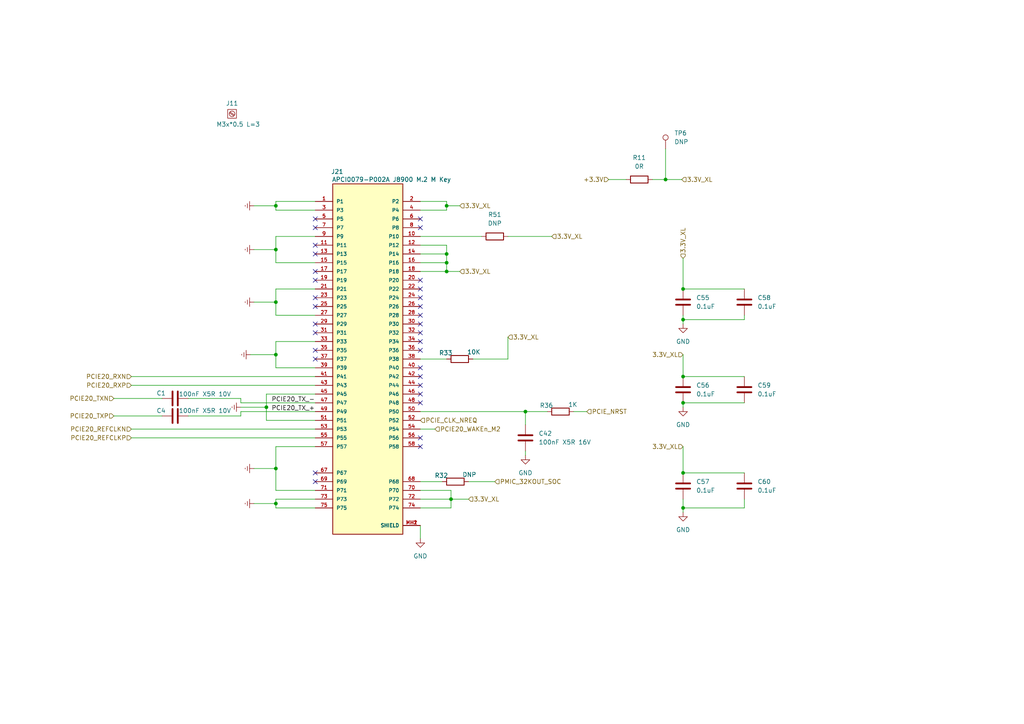
<source format=kicad_sch>
(kicad_sch (version 20231120) (generator "eeschema") (generator_version "8.0")
  (paper "A4")
  (lib_symbols
    (symbol "Connector:TestPoint" (pin_numbers hide) (pin_names (offset 0.762) hide)
      (property "Reference" "TP" (at 0 6.858 0))
      (property "Value" "TestPoint" (at 0 5.08 0))
      (symbol "TestPoint_0_1"
        (circle (center 0 3.302) (radius 0.762))
      )
      (symbol "TestPoint_1_1"
        (pin passive line (at 0 0 90) (length 2.54) (name "1") (number "1"))
      )
    )
    (symbol "Device:C" (pin_numbers hide) (pin_names (offset 0.254))
      (property "Reference" "C" (at 0.635 2.54 0))
      (property "Value" "C" (at 0.635 -2.54 0))
      (symbol "C_0_1"
        (polyline (pts (xy -2.032 -0.762) (xy 2.032 -0.762)) (stroke (width 0.508)))
        (polyline (pts (xy -2.032 0.762) (xy 2.032 0.762)) (stroke (width 0.508)))
      )
      (symbol "C_1_1"
        (pin passive line (at 0 3.81 270) (length 2.794) (name "~") (number "1"))
        (pin passive line (at 0 -3.81 90) (length 2.794) (name "~") (number "2"))
      )
    )
    (symbol "Device:R" (pin_numbers hide) (pin_names (offset 0))
      (property "Reference" "R" (at 2.032 0 90))
      (property "Value" "R" (at 0 0 90))
      (symbol "R_0_1"
        (rectangle (start -1.016 -2.54) (end 1.016 2.54) (stroke (width 0.254)))
      )
      (symbol "R_1_1"
        (pin passive line (at 0 3.81 270) (length 1.27) (name "~") (number "1"))
        (pin passive line (at 0 -3.81 90) (length 1.27) (name "~") (number "2"))
      )
    )
    (symbol "M.2TE:1-2199119-5" (pin_names (offset 1.016))
      (property "Reference" "J21" (at -10.668 54.356 0))
      (property "Value" "APCI0079-P002A J8900 M.2 M Key" (at -10.414 52.07 0))
      (symbol "1-2199119-5_0_0"
        (rectangle (start -10.16 -50.8) (end 10.16 50.8) (stroke (width 0.254)) (fill (type background)))
        (pin passive line (at -15.24 45.72 0) (length 5.08) (name "P1") (number "1"))
        (pin passive line (at 15.24 35.56 180) (length 5.08) (name "P10") (number "10"))
        (pin passive line (at -15.24 33.02 0) (length 5.08) (name "P11") (number "11"))
        (pin passive line (at 15.24 33.02 180) (length 5.08) (name "P12") (number "12"))
        (pin passive line (at -15.24 30.48 0) (length 5.08) (name "P13") (number "13"))
        (pin passive line (at 15.24 30.48 180) (length 5.08) (name "P14") (number "14"))
        (pin passive line (at -15.24 27.94 0) (length 5.08) (name "P15") (number "15"))
        (pin passive line (at 15.24 27.94 180) (length 5.08) (name "P16") (number "16"))
        (pin passive line (at -15.24 25.4 0) (length 5.08) (name "P17") (number "17"))
        (pin passive line (at 15.24 25.4 180) (length 5.08) (name "P18") (number "18"))
        (pin passive line (at -15.24 22.86 0) (length 5.08) (name "P19") (number "19"))
        (pin passive line (at 15.24 45.72 180) (length 5.08) (name "P2") (number "2"))
        (pin passive line (at 15.24 22.86 180) (length 5.08) (name "P20") (number "20"))
        (pin passive line (at -15.24 20.32 0) (length 5.08) (name "P21") (number "21"))
        (pin passive line (at 15.24 20.32 180) (length 5.08) (name "P22") (number "22"))
        (pin passive line (at -15.24 17.78 0) (length 5.08) (name "P23") (number "23"))
        (pin passive line (at 15.24 17.78 180) (length 5.08) (name "P24") (number "24"))
        (pin passive line (at -15.24 15.24 0) (length 5.08) (name "P25") (number "25"))
        (pin passive line (at 15.24 15.24 180) (length 5.08) (name "P26") (number "26"))
        (pin passive line (at -15.24 12.7 0) (length 5.08) (name "P27") (number "27"))
        (pin passive line (at 15.24 12.7 180) (length 5.08) (name "P28") (number "28"))
        (pin passive line (at -15.24 10.16 0) (length 5.08) (name "P29") (number "29"))
        (pin passive line (at -15.24 43.18 0) (length 5.08) (name "P3") (number "3"))
        (pin passive line (at 15.24 10.16 180) (length 5.08) (name "P30") (number "30"))
        (pin passive line (at -15.24 7.62 0) (length 5.08) (name "P31") (number "31"))
        (pin passive line (at 15.24 7.62 180) (length 5.08) (name "P32") (number "32"))
        (pin passive line (at -15.24 5.08 0) (length 5.08) (name "P33") (number "33"))
        (pin passive line (at 15.24 5.08 180) (length 5.08) (name "P34") (number "34"))
        (pin passive line (at -15.24 2.54 0) (length 5.08) (name "P35") (number "35"))
        (pin passive line (at 15.24 2.54 180) (length 5.08) (name "P36") (number "36"))
        (pin passive line (at -15.24 0 0) (length 5.08) (name "P37") (number "37"))
        (pin passive line (at 15.24 0 180) (length 5.08) (name "P38") (number "38"))
        (pin passive line (at -15.24 -2.54 0) (length 5.08) (name "P39") (number "39"))
        (pin passive line (at 15.24 43.18 180) (length 5.08) (name "P4") (number "4"))
        (pin passive line (at 15.24 -2.54 180) (length 5.08) (name "P40") (number "40"))
        (pin passive line (at -15.24 -5.08 0) (length 5.08) (name "P41") (number "41"))
        (pin passive line (at 15.24 -5.08 180) (length 5.08) (name "P42") (number "42"))
        (pin passive line (at -15.24 -7.62 0) (length 5.08) (name "P43") (number "43"))
        (pin passive line (at 15.24 -7.62 180) (length 5.08) (name "P44") (number "44"))
        (pin passive line (at -15.24 -10.16 0) (length 5.08) (name "P45") (number "45"))
        (pin passive line (at 15.24 -10.16 180) (length 5.08) (name "P46") (number "46"))
        (pin passive line (at -15.24 -12.7 0) (length 5.08) (name "P47") (number "47"))
        (pin passive line (at 15.24 -12.7 180) (length 5.08) (name "P48") (number "48"))
        (pin passive line (at -15.24 -15.24 0) (length 5.08) (name "P49") (number "49"))
        (pin passive line (at -15.24 40.64 0) (length 5.08) (name "P5") (number "5"))
        (pin passive line (at 15.24 -15.24 180) (length 5.08) (name "P50") (number "50"))
        (pin passive line (at -15.24 -17.78 0) (length 5.08) (name "P51") (number "51"))
        (pin passive line (at 15.24 -17.78 180) (length 5.08) (name "P52") (number "52"))
        (pin passive line (at -15.24 -20.32 0) (length 5.08) (name "P53") (number "53"))
        (pin passive line (at 15.24 -20.32 180) (length 5.08) (name "P54") (number "54"))
        (pin passive line (at -15.24 -22.86 0) (length 5.08) (name "P55") (number "55"))
        (pin passive line (at 15.24 -22.86 180) (length 5.08) (name "P56") (number "56"))
        (pin passive line (at -15.24 -25.4 0) (length 5.08) (name "P57") (number "57"))
        (pin passive line (at 15.24 -25.4 180) (length 5.08) (name "P58") (number "58"))
        (pin passive line (at 15.24 40.64 180) (length 5.08) (name "P6") (number "6"))
        (pin passive line (at -15.24 -33.02 0) (length 5.08) (name "P67") (number "67"))
        (pin passive line (at 15.24 -35.56 180) (length 5.08) (name "P68") (number "68"))
        (pin passive line (at -15.24 -35.56 0) (length 5.08) (name "P69") (number "69"))
        (pin passive line (at -15.24 38.1 0) (length 5.08) (name "P7") (number "7"))
        (pin passive line (at 15.24 -38.1 180) (length 5.08) (name "P70") (number "70"))
        (pin passive line (at -15.24 -38.1 0) (length 5.08) (name "P71") (number "71"))
        (pin passive line (at 15.24 -40.64 180) (length 5.08) (name "P72") (number "72"))
        (pin passive line (at -15.24 -40.64 0) (length 5.08) (name "P73") (number "73"))
        (pin passive line (at 15.24 -43.18 180) (length 5.08) (name "P74") (number "74"))
        (pin passive line (at -15.24 -43.18 0) (length 5.08) (name "P75") (number "75"))
        (pin passive line (at 15.24 38.1 180) (length 5.08) (name "P8") (number "8"))
        (pin passive line (at -15.24 35.56 0) (length 5.08) (name "P9") (number "9"))
      )
      (symbol "1-2199119-5_1_0"
        (pin passive line (at 15.24 -48.26 180) (length 5.08) (name "SHIELD") (number "MH1"))
        (pin passive line (at 15.24 -48.26 180) (length 5.08) (name "SHIELD") (number "MH2"))
      )
    )
    (symbol "Via:via"
      (property "Reference" "J11" (at 0 -0.508 0))
      (property "Value" "M3x*0.5 L=3" (at -1.778 5.588 0))
      (symbol "via_0_1"
        (rectangle (start -1.27 3.81) (end 1.27 1.27))
        (polyline (pts (xy -0.6485 2.8629) (xy 0.5802 1.9868)))
        (polyline (pts (xy -0.4437 3.1019) (xy 0.7281 2.2599)))
        (circle (center 0 2.54) (radius 0.8106))
      )
    )
    (symbol "power:Earth" (power) (pin_names (offset 0))
      (symbol "Earth_0_1"
        (polyline (pts (xy -0.635 -1.905) (xy 0.635 -1.905)))
        (polyline (pts (xy -0.127 -2.54) (xy 0.127 -2.54)))
        (polyline (pts (xy 0 -1.27) (xy 0 0)))
        (polyline (pts (xy 1.27 -1.27) (xy -1.27 -1.27)))
      )
      (symbol "Earth_1_1"
        (pin power_in line (at 0 0 270) (length 0) hide (name "Earth") (number "1"))
      )
    )
    (symbol "power:GND" (power) (pin_names (offset 0))
      (property "Value" "GND" (at 0 -3.81 0))
      (symbol "GND_0_1"
        (polyline (pts (xy 0 0) (xy 0 -1.27) (xy 1.27 -1.27) (xy 0 -2.54) (xy -1.27 -1.27) (xy 0 -1.27)))
      )
      (symbol "GND_1_1"
        (pin power_in line (at 0 0 270) (length 0) hide (name "GND") (number "1"))
      )
    )
  )
  (junction (at 198.12 116.84))
  (junction (at 77.2655 118.11))
  (junction (at 80.01 135.89))
  (junction (at 198.12 147.32))
  (junction (at 193.04 52.07))
  (junction (at 198.12 92.71))
  (junction (at 198.12 137.16))
  (junction (at 129.54 59.69))
  (junction (at 130.81 144.78))
  (junction (at 80.01 102.87))
  (junction (at 129.54 78.74))
  (junction (at 80.01 146.05))
  (junction (at 129.54 73.66))
  (junction (at 80.01 87.63))
  (junction (at 129.54 76.2))
  (junction (at 80.01 72.39))
  (junction (at 198.12 109.22))
  (junction (at 198.12 83.82))
  (junction (at 80.01 59.69))
  (junction (at 152.4 119.38))
  (no_connect (at 121.92 86.36))
  (no_connect (at 121.92 109.22))
  (no_connect (at 121.92 63.5))
  (no_connect (at 91.44 66.04))
  (no_connect (at 91.44 137.16))
  (no_connect (at 121.92 83.82))
  (no_connect (at 91.44 96.52))
  (no_connect (at 91.44 101.6))
  (no_connect (at 91.44 86.36))
  (no_connect (at 91.44 71.12))
  (no_connect (at 121.92 116.84))
  (no_connect (at 121.92 101.6))
  (no_connect (at 121.92 66.04))
  (no_connect (at 121.92 99.06))
  (no_connect (at 121.92 91.44))
  (no_connect (at 121.92 81.28))
  (no_connect (at 91.44 104.14))
  (no_connect (at 91.44 73.66))
  (no_connect (at 121.92 93.98))
  (no_connect (at 121.92 114.3))
  (no_connect (at 121.92 88.9))
  (no_connect (at 121.92 106.68))
  (no_connect (at 91.44 63.5))
  (no_connect (at 121.92 96.52))
  (no_connect (at 121.92 129.54))
  (no_connect (at 91.44 93.98))
  (no_connect (at 91.44 88.9))
  (no_connect (at 91.44 139.7))
  (no_connect (at 121.92 111.76))
  (no_connect (at 91.44 81.28))
  (no_connect (at 91.44 78.74))
  (no_connect (at 121.92 127))
  (wire (pts (xy 130.81 147.32) (xy 130.81 144.78)))
  (wire (pts (xy 80.01 146.05) (xy 80.01 147.32)))
  (wire (pts (xy 80.01 99.06) (xy 91.44 99.06)))
  (wire (pts (xy 189.23 52.07) (xy 193.04 52.07)))
  (wire (pts (xy 128.27 139.7) (xy 121.92 139.7)))
  (wire (pts (xy 91.44 129.54) (xy 80.01 129.54)))
  (wire (pts (xy 73.66 146.05) (xy 80.01 146.05)))
  (wire (pts (xy 121.92 104.14) (xy 129.54 104.14)))
  (wire (pts (xy 80.01 59.69) (xy 80.01 60.96)))
  (wire (pts (xy 54.61 120.65) (xy 69.85 120.65)))
  (wire (pts (xy 80.01 83.82) (xy 80.01 87.63)))
  (wire (pts (xy 77.2655 121.92) (xy 91.44 121.92)))
  (wire (pts (xy 129.54 73.66) (xy 121.92 73.66)))
  (wire (pts (xy 80.01 58.42) (xy 91.44 58.42)))
  (wire (pts (xy 77.2655 114.3) (xy 77.2655 118.11)))
  (wire (pts (xy 91.44 144.78) (xy 80.01 144.78)))
  (wire (pts (xy 129.54 76.2) (xy 129.54 78.74)))
  (wire (pts (xy 80.01 135.89) (xy 80.01 142.24)))
  (wire (pts (xy 121.92 58.42) (xy 129.54 58.42)))
  (wire (pts (xy 198.12 148.59) (xy 198.12 147.32)))
  (wire (pts (xy 198.12 83.82) (xy 215.9 83.82)))
  (wire (pts (xy 193.04 43.18) (xy 193.04 52.07)))
  (wire (pts (xy 91.44 114.3) (xy 77.2655 114.3)))
  (wire (pts (xy 69.85 118.11) (xy 77.2655 118.11)))
  (wire (pts (xy 129.54 58.42) (xy 129.54 59.69)))
  (wire (pts (xy 80.01 58.42) (xy 80.01 59.69)))
  (wire (pts (xy 73.66 135.89) (xy 80.01 135.89)))
  (wire (pts (xy 80.01 72.39) (xy 80.01 76.2)))
  (wire (pts (xy 126.1573 124.46) (xy 121.92 124.46)))
  (wire (pts (xy 54.61 115.57) (xy 69.85 115.57)))
  (wire (pts (xy 33.02 120.65) (xy 46.99 120.65)))
  (wire (pts (xy 170.18 119.38) (xy 166.37 119.38)))
  (wire (pts (xy 38.1 124.46) (xy 91.44 124.46)))
  (wire (pts (xy 198.12 129.54) (xy 198.12 137.16)))
  (wire (pts (xy 69.85 119.38) (xy 91.44 119.38)))
  (wire (pts (xy 129.54 59.69) (xy 133.35 59.69)))
  (wire (pts (xy 80.01 102.87) (xy 80.01 106.68)))
  (wire (pts (xy 80.01 76.2) (xy 91.44 76.2)))
  (wire (pts (xy 91.44 83.82) (xy 80.01 83.82)))
  (wire (pts (xy 158.75 119.38) (xy 152.4 119.38)))
  (wire (pts (xy 38.1 109.22) (xy 91.44 109.22)))
  (wire (pts (xy 73.66 59.69) (xy 80.01 59.69)))
  (wire (pts (xy 129.54 78.74) (xy 133.35 78.74)))
  (wire (pts (xy 198.12 147.32) (xy 198.12 144.78)))
  (wire (pts (xy 69.85 116.84) (xy 91.44 116.84)))
  (wire (pts (xy 73.66 72.39) (xy 80.01 72.39)))
  (wire (pts (xy 69.85 120.65) (xy 69.85 119.38)))
  (wire (pts (xy 129.54 73.66) (xy 129.54 76.2)))
  (wire (pts (xy 121.92 71.12) (xy 129.54 71.12)))
  (wire (pts (xy 80.01 60.96) (xy 91.44 60.96)))
  (wire (pts (xy 80.01 147.32) (xy 91.44 147.32)))
  (wire (pts (xy 198.12 118.11) (xy 198.12 116.84)))
  (wire (pts (xy 121.92 78.74) (xy 129.54 78.74)))
  (wire (pts (xy 198.12 91.44) (xy 198.12 92.71)))
  (wire (pts (xy 198.12 92.71) (xy 198.12 93.98)))
  (wire (pts (xy 80.01 99.06) (xy 80.01 102.87)))
  (wire (pts (xy 198.12 74.93) (xy 198.12 83.82)))
  (wire (pts (xy 80.01 144.78) (xy 80.01 146.05)))
  (wire (pts (xy 77.2655 118.11) (xy 77.2655 121.92)))
  (wire (pts (xy 152.4 123.19) (xy 152.4 119.38)))
  (wire (pts (xy 80.01 142.24) (xy 91.44 142.24)))
  (wire (pts (xy 91.44 68.58) (xy 80.01 68.58)))
  (wire (pts (xy 152.4 119.38) (xy 121.92 119.38)))
  (wire (pts (xy 80.01 87.63) (xy 80.01 91.44)))
  (wire (pts (xy 198.12 92.71) (xy 215.9 92.71)))
  (wire (pts (xy 147.32 104.14) (xy 147.32 97.79)))
  (wire (pts (xy 38.1 127) (xy 91.44 127)))
  (wire (pts (xy 198.12 147.32) (xy 215.9 147.32)))
  (wire (pts (xy 152.4 132.08) (xy 152.4 130.81)))
  (wire (pts (xy 80.01 68.58) (xy 80.01 72.39)))
  (wire (pts (xy 80.01 129.54) (xy 80.01 135.89)))
  (wire (pts (xy 193.04 52.07) (xy 197.7328 52.07)))
  (wire (pts (xy 73.66 87.63) (xy 80.01 87.63)))
  (wire (pts (xy 197.7328 52.07) (xy 197.7328 52.0817)))
  (wire (pts (xy 80.01 91.44) (xy 91.44 91.44)))
  (wire (pts (xy 121.92 142.24) (xy 130.81 142.24)))
  (wire (pts (xy 130.81 144.78) (xy 135.89 144.78)))
  (wire (pts (xy 121.92 76.2) (xy 129.54 76.2)))
  (wire (pts (xy 129.54 60.96) (xy 121.92 60.96)))
  (wire (pts (xy 130.81 142.24) (xy 130.81 144.78)))
  (wire (pts (xy 176.53 52.07) (xy 181.61 52.07)))
  (wire (pts (xy 129.54 71.12) (xy 129.54 73.66)))
  (wire (pts (xy 80.01 106.68) (xy 91.44 106.68)))
  (wire (pts (xy 38.1 111.76) (xy 91.44 111.76)))
  (wire (pts (xy 160.02 68.58) (xy 147.32 68.58)))
  (wire (pts (xy 121.92 156.21) (xy 121.92 152.4)))
  (wire (pts (xy 215.9 144.78) (xy 215.9 147.32)))
  (wire (pts (xy 198.12 109.22) (xy 215.9 109.22)))
  (wire (pts (xy 69.85 115.57) (xy 69.85 116.84)))
  (wire (pts (xy 121.92 147.32) (xy 130.81 147.32)))
  (wire (pts (xy 143.51 139.7) (xy 135.89 139.7)))
  (wire (pts (xy 72.6612 102.87) (xy 80.01 102.87)))
  (wire (pts (xy 198.12 137.16) (xy 215.9 137.16)))
  (wire (pts (xy 198.12 102.87) (xy 198.12 109.22)))
  (wire (pts (xy 215.9 91.44) (xy 215.9 92.71)))
  (wire (pts (xy 129.54 59.69) (xy 129.54 60.96)))
  (wire (pts (xy 121.92 68.58) (xy 139.7 68.58)))
  (wire (pts (xy 137.16 104.14) (xy 147.32 104.14)))
  (wire (pts (xy 33.02 115.57) (xy 46.99 115.57)))
  (wire (pts (xy 198.12 116.84) (xy 215.9 116.84)))
  (wire (pts (xy 130.81 144.78) (xy 121.92 144.78)))
  (label "PCIE20_TX_-" (at 78.74 116.84 0))
  (label "PCIE20_TX_+" (at 78.74 119.38 0))
  (hierarchical_label "PCIE20_TXN" (shape input) (at 33.02 115.57 180))
  (hierarchical_label "3.3V_XL" (shape input) (at 198.12 102.87 180))
  (hierarchical_label "PCIE20_WAKEn_M2" (shape input) (at 126.1573 124.46 0))
  (hierarchical_label "PCIE20_TXP" (shape input) (at 33.02 120.65 180))
  (hierarchical_label "3.3V_XL" (shape input) (at 197.7328 52.0817 0))
  (hierarchical_label "3.3V_XL" (shape input) (at 198.12 74.93 90))
  (hierarchical_label "+3.3V" (shape input) (at 176.53 52.07 180))
  (hierarchical_label "3.3V_XL" (shape input) (at 135.89 144.78 0))
  (hierarchical_label "3.3V_XL" (shape input) (at 147.32 97.79 0))
  (hierarchical_label "PCIE_CLK_NREQ" (shape input) (at 121.92 121.92 0))
  (hierarchical_label "PCIE20_REFCLKP" (shape input) (at 38.1 127 180))
  (hierarchical_label "PCIE20_REFCLKN" (shape input) (at 38.1 124.46 180))
  (hierarchical_label "3.3V_XL" (shape input) (at 160.02 68.58 0))
  (hierarchical_label "3.3V_XL" (shape input) (at 133.35 78.74 0))
  (hierarchical_label "3.3V_XL" (shape input) (at 133.35 59.69 0))
  (hierarchical_label "PCIE20_RXN" (shape input) (at 38.1 109.22 180))
  (hierarchical_label "PCIE_NRST" (shape input) (at 170.18 119.38 0))
  (hierarchical_label "PCIE20_RXP" (shape input) (at 38.1 111.76 180))
  (hierarchical_label "PMIC_32KOUT_SOC" (shape input) (at 143.51 139.7 0))
  (hierarchical_label "3.3V_XL" (shape input) (at 198.12 129.54 180))
  (symbol (lib_id "Device:R") (at 162.56 119.38 270) (unit 1)
    (property "Reference" "R36" (at 158.496 117.602 90))
    (property "Value" "1K " (at 166.624 117.348 90))
    (property "Footprint" "Resistor_SMD:R_0402_1005Metric" (effects (hide yes)))
  )
  (symbol (lib_id "power:Earth") (at 73.66 135.89 270) (unit 1)
    (property "Reference" "#PWR098" (effects (hide yes)))
    (property "Value" "Earth" (effects (hide yes)))
    (property "Description" "Power symbol creates a global label with name \"Earth\"" (effects (hide yes)))
  )
  (symbol (lib_id "power:Earth") (at 73.66 72.39 270) (unit 1)
    (property "Reference" "#PWR096" (effects (hide yes)))
    (property "Value" "Earth" (effects (hide yes)))
    (property "Description" "Power symbol creates a global label with name \"Earth\"" (effects (hide yes)))
  )
  (symbol (lib_id "Device:R") (at 132.08 139.7 270) (unit 1)
    (property "Reference" "R32" (at 128.016 137.922 90))
    (property "Value" "DNP" (at 136.144 137.668 90))
    (property "Footprint" "Resistor_SMD:R_0603_1608Metric" (effects (hide yes)))
  )
  (symbol (lib_id "power:Earth") (at 73.66 146.05 270) (unit 1)
    (property "Reference" "#PWR099" (effects (hide yes)))
    (property "Value" "Earth" (effects (hide yes)))
    (property "Description" "Power symbol creates a global label with name \"Earth\"" (effects (hide yes)))
  )
  (symbol (lib_id "Via:via") (at 67.31 30.48 180) (unit 1)
    (property "Reference" "J11" (at 67.31 29.972 0))
    (property "Value" "M3x*0.5 L=3" (at 69.088 36.068 0))
    (property "Footprint" "Library:Screw_terminal_shinbo" (effects (hide yes)))
    (property "MPN" "SMTSO3030CTJ" (effects (hide yes)))
  )
  (symbol (lib_id "Device:R") (at 133.35 104.14 270) (unit 1)
    (property "Reference" "R33" (at 129.286 102.362 90))
    (property "Value" "10K" (at 137.414 102.108 90))
    (property "Footprint" "Resistor_SMD:R_0402_1005Metric" (effects (hide yes)))
  )
  (symbol (lib_id "Device:C") (at 50.8 115.57 90) (unit 1)
    (property "Reference" "C1" (at 46.736 114.046 90))
    (property "Value" "100nF X5R 10V" (at 59.436 114.3 90))
    (property "Footprint" "Capacitor_SMD:C_0402_1005Metric" (effects (hide yes)))
  )
  (symbol (lib_id "power:GND") (at 198.12 93.98 0) (unit 1)
    (property "Reference" "#PWR0184" (effects (hide yes)))
    (property "Value" "GND" (at 198.12 99.06 0))
  )
  (symbol (lib_id "Device:C") (at 215.9 140.97 0) (unit 1)
    (property "Reference" "C60" (at 219.71 139.6999 0) (effects (justify left)))
    (property "Value" "0.1uF" (at 219.71 142.2399 0) (effects (justify left)))
    (property "Footprint" "Capacitor_SMD:C_0603_1608Metric" (effects (hide yes)))
  )
  (symbol (lib_id "M.2TE:1-2199119-5") (at 106.68 104.14 0) (unit 1)
    (property "Reference" "J21" (at 96.012 49.784 0) (effects (justify left)))
    (property "Value" "APCI0079-P002A J8900 M.2 M Key" (at 96.266 52.07 0) (effects (justify left)))
    (property "Footprint" "Library:121992306" (effects (hide yes)))
    (property "MPN" "APCI0079-P002A " (effects (hide yes)))
    (property "Link" "https://www.lcsc.com/product-detail/Card-Edge-Connectors_TE-Connectivity-1-2199119-5_C574849.html" (effects (hide yes)))
  )
  (symbol (lib_id "power:Earth") (at 72.6612 102.87 270) (unit 1)
    (property "Reference" "#PWR053" (effects (hide yes)))
    (property "Value" "Earth" (effects (hide yes)))
    (property "Description" "Power symbol creates a global label with name \"Earth\"" (effects (hide yes)))
  )
  (symbol (lib_id "power:Earth") (at 69.85 118.11 270) (unit 1)
    (property "Reference" "#PWR020" (effects (hide yes)))
    (property "Value" "Earth" (effects (hide yes)))
    (property "Description" "Power symbol creates a global label with name \"Earth\"" (effects (hide yes)))
  )
  (symbol (lib_id "Connector:TestPoint") (at 193.04 43.18 0) (unit 1)
    (property "Reference" "TP6" (at 195.58 38.6079 0) (effects (justify left)))
    (property "Value" "DNP" (at 195.58 41.1479 0) (effects (justify left)))
    (property "Footprint" "TestPoint:TestPoint_Pad_D1.0mm" (effects (hide yes)))
    (property "Description" "test point" (effects (hide yes)))
  )
  (symbol (lib_id "Device:R") (at 143.51 68.58 90) (unit 1)
    (property "Reference" "R51" (at 143.51 62.2417 90))
    (property "Value" "DNP" (at 143.51 64.7817 90))
    (property "Footprint" "Resistor_SMD:R_0603_1608Metric" (effects (hide yes)))
    (property "Description" "Resistor" (effects (hide yes)))
  )
  (symbol (lib_id "power:GND") (at 198.12 148.59 0) (unit 1)
    (property "Reference" "#PWR0182" (effects (hide yes)))
    (property "Value" "GND" (at 198.12 153.67 0))
  )
  (symbol (lib_id "power:GND") (at 198.12 118.11 0) (unit 1)
    (property "Reference" "#PWR0183" (effects (hide yes)))
    (property "Value" "GND" (at 198.12 123.19 0))
  )
  (symbol (lib_id "power:Earth") (at 73.66 87.63 270) (unit 1)
    (property "Reference" "#PWR097" (effects (hide yes)))
    (property "Value" "Earth" (effects (hide yes)))
    (property "Description" "Power symbol creates a global label with name \"Earth\"" (effects (hide yes)))
  )
  (symbol (lib_id "Device:C") (at 215.9 113.03 0) (unit 1)
    (property "Reference" "C59" (at 219.71 111.7599 0) (effects (justify left)))
    (property "Value" "0.1uF" (at 219.71 114.2999 0) (effects (justify left)))
    (property "Footprint" "Capacitor_SMD:C_0603_1608Metric" (effects (hide yes)))
  )
  (symbol (lib_id "power:GND") (at 152.4 132.08 0) (unit 1)
    (property "Reference" "#PWR0101" (effects (hide yes)))
    (property "Value" "GND" (at 152.4 137.16 0))
  )
  (symbol (lib_id "Device:C") (at 215.9 87.63 0) (unit 1)
    (property "Reference" "C58" (at 219.71 86.3599 0) (effects (justify left)))
    (property "Value" "0.1uF" (at 219.71 88.8999 0) (effects (justify left)))
    (property "Footprint" "Capacitor_SMD:C_0603_1608Metric" (effects (hide yes)))
  )
  (symbol (lib_id "Device:C") (at 198.12 113.03 0) (unit 1)
    (property "Reference" "C56" (at 201.93 111.7599 0) (effects (justify left)))
    (property "Value" "0.1uF" (at 201.93 114.2999 0) (effects (justify left)))
    (property "Footprint" "Capacitor_SMD:C_0603_1608Metric" (effects (hide yes)))
  )
  (symbol (lib_id "Device:C") (at 198.12 140.97 0) (unit 1)
    (property "Reference" "C57" (at 201.93 139.6999 0) (effects (justify left)))
    (property "Value" "0.1uF" (at 201.93 142.2399 0) (effects (justify left)))
    (property "Footprint" "Capacitor_SMD:C_0603_1608Metric" (effects (hide yes)))
  )
  (symbol (lib_id "Device:C") (at 50.8 120.65 90) (unit 1)
    (property "Reference" "C4" (at 46.736 119.126 90))
    (property "Value" "100nF X5R 10V" (at 59.436 119.126 90))
    (property "Footprint" "Capacitor_SMD:C_0402_1005Metric" (effects (hide yes)))
  )
  (symbol (lib_id "Device:C") (at 152.4 127 0) (unit 1)
    (property "Reference" "C42" (at 156.21 125.7299 0) (effects (justify left)))
    (property "Value" "100nF X5R 16V" (at 156.21 128.2699 0) (effects (justify left)))
    (property "Footprint" "Capacitor_SMD:C_0402_1005Metric" (effects (hide yes)))
  )
  (symbol (lib_id "power:Earth") (at 73.66 59.69 270) (unit 1)
    (property "Reference" "#PWR095" (effects (hide yes)))
    (property "Value" "Earth" (effects (hide yes)))
    (property "Description" "Power symbol creates a global label with name \"Earth\"" (effects (hide yes)))
  )
  (symbol (lib_id "power:GND") (at 121.92 156.21 0) (unit 1)
    (property "Reference" "#PWR0100" (effects (hide yes)))
    (property "Value" "GND" (at 121.92 161.29 0))
  )
  (symbol (lib_id "Device:R") (at 185.42 52.07 90) (unit 1)
    (property "Reference" "R11" (at 185.42 45.7317 90))
    (property "Value" "0R" (at 185.42 48.2717 90))
    (property "Footprint" "Resistor_SMD:R_0603_1608Metric" (effects (hide yes)))
    (property "Description" "Resistor" (effects (hide yes)))
  )
  (symbol (lib_id "Device:C") (at 198.12 87.63 0) (unit 1)
    (property "Reference" "C55" (at 201.93 86.3599 0) (effects (justify left)))
    (property "Value" "0.1uF" (at 201.93 88.8999 0) (effects (justify left)))
    (property "Footprint" "Capacitor_SMD:C_0603_1608Metric" (effects (hide yes)))
  )
)
</source>
